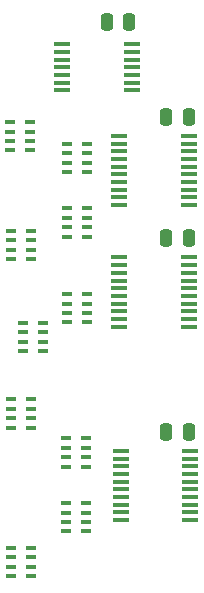
<source format=gtp>
%TF.GenerationSoftware,KiCad,Pcbnew,8.0.7*%
%TF.CreationDate,2025-04-26T15:21:21+02:00*%
%TF.ProjectId,GPIO Bus,4750494f-2042-4757-932e-6b696361645f,V1*%
%TF.SameCoordinates,Original*%
%TF.FileFunction,Paste,Top*%
%TF.FilePolarity,Positive*%
%FSLAX46Y46*%
G04 Gerber Fmt 4.6, Leading zero omitted, Abs format (unit mm)*
G04 Created by KiCad (PCBNEW 8.0.7) date 2025-04-26 15:21:21*
%MOMM*%
%LPD*%
G01*
G04 APERTURE LIST*
G04 Aperture macros list*
%AMRoundRect*
0 Rectangle with rounded corners*
0 $1 Rounding radius*
0 $2 $3 $4 $5 $6 $7 $8 $9 X,Y pos of 4 corners*
0 Add a 4 corners polygon primitive as box body*
4,1,4,$2,$3,$4,$5,$6,$7,$8,$9,$2,$3,0*
0 Add four circle primitives for the rounded corners*
1,1,$1+$1,$2,$3*
1,1,$1+$1,$4,$5*
1,1,$1+$1,$6,$7*
1,1,$1+$1,$8,$9*
0 Add four rect primitives between the rounded corners*
20,1,$1+$1,$2,$3,$4,$5,0*
20,1,$1+$1,$4,$5,$6,$7,0*
20,1,$1+$1,$6,$7,$8,$9,0*
20,1,$1+$1,$8,$9,$2,$3,0*%
G04 Aperture macros list end*
%ADD10R,1.475000X0.450000*%
%ADD11RoundRect,0.250000X0.250000X0.475000X-0.250000X0.475000X-0.250000X-0.475000X0.250000X-0.475000X0*%
%ADD12R,0.900000X0.450000*%
%ADD13R,0.950000X0.450000*%
G04 APERTURE END LIST*
D10*
%TO.C,IC4*%
X18559000Y-32635000D03*
X18559000Y-33285000D03*
X18559000Y-33935000D03*
X18559000Y-34585000D03*
X18559000Y-35235000D03*
X18559000Y-35885000D03*
X18559000Y-36535000D03*
X18559000Y-37185000D03*
X18559000Y-37835000D03*
X18559000Y-38485000D03*
X12683000Y-38485000D03*
X12683000Y-37835000D03*
X12683000Y-37185000D03*
X12683000Y-36535000D03*
X12683000Y-35885000D03*
X12683000Y-35235000D03*
X12683000Y-34585000D03*
X12683000Y-33935000D03*
X12683000Y-33285000D03*
X12683000Y-32635000D03*
%TD*%
%TO.C,IC3*%
X18432000Y-16252000D03*
X18432000Y-16902000D03*
X18432000Y-17552000D03*
X18432000Y-18202000D03*
X18432000Y-18852000D03*
X18432000Y-19502000D03*
X18432000Y-20152000D03*
X18432000Y-20802000D03*
X18432000Y-21452000D03*
X18432000Y-22102000D03*
X12556000Y-22102000D03*
X12556000Y-21452000D03*
X12556000Y-20802000D03*
X12556000Y-20152000D03*
X12556000Y-19502000D03*
X12556000Y-18852000D03*
X12556000Y-18202000D03*
X12556000Y-17552000D03*
X12556000Y-16902000D03*
X12556000Y-16252000D03*
%TD*%
%TO.C,IC2*%
X18432000Y-5965000D03*
X18432000Y-6615000D03*
X18432000Y-7265000D03*
X18432000Y-7915000D03*
X18432000Y-8565000D03*
X18432000Y-9215000D03*
X18432000Y-9865000D03*
X18432000Y-10515000D03*
X18432000Y-11165000D03*
X18432000Y-11815000D03*
X12556000Y-11815000D03*
X12556000Y-11165000D03*
X12556000Y-10515000D03*
X12556000Y-9865000D03*
X12556000Y-9215000D03*
X12556000Y-8565000D03*
X12556000Y-7915000D03*
X12556000Y-7265000D03*
X12556000Y-6615000D03*
X12556000Y-5965000D03*
%TD*%
%TO.C,IC1*%
X13589000Y1793000D03*
X13589000Y1143000D03*
X13589000Y493000D03*
X13589000Y-157000D03*
X13589000Y-807000D03*
X13589000Y-1457000D03*
X13589000Y-2107000D03*
X7713000Y-2107000D03*
X7713000Y-1457000D03*
X7713000Y-807000D03*
X7713000Y-157000D03*
X7713000Y493000D03*
X7713000Y1143000D03*
X7713000Y1793000D03*
%TD*%
D11*
%TO.C,C8*%
X11463000Y3653000D03*
X13363000Y3653000D03*
%TD*%
%TO.C,C7*%
X16515000Y-30988000D03*
X18415000Y-30988000D03*
%TD*%
%TO.C,C3*%
X16515000Y-14605000D03*
X18415000Y-14605000D03*
%TD*%
%TO.C,C2*%
X16515000Y-4318000D03*
X18415000Y-4318000D03*
%TD*%
D12*
%TO.C,RN5*%
X4386000Y-24187000D03*
X4386000Y-23387000D03*
X4386000Y-22587000D03*
X4386000Y-21787000D03*
X6086000Y-21787000D03*
X6086000Y-22587000D03*
X6086000Y-23387000D03*
X6086000Y-24187000D03*
%TD*%
%TO.C,RN4*%
X5080000Y-13983000D03*
X5080000Y-14783000D03*
X5080000Y-15583000D03*
X5080000Y-16383000D03*
X3380000Y-16383000D03*
X3380000Y-15583000D03*
X3380000Y-14783000D03*
X3380000Y-13983000D03*
%TD*%
%TO.C,RN3*%
X5002000Y-4788000D03*
X5002000Y-5588000D03*
X5002000Y-6388000D03*
X5002000Y-7188000D03*
X3302000Y-7188000D03*
X3302000Y-6388000D03*
X3302000Y-5588000D03*
X3302000Y-4788000D03*
%TD*%
%TO.C,RN2*%
X3370000Y-30664000D03*
X3370000Y-29864000D03*
X3370000Y-29064000D03*
X3370000Y-28264000D03*
X5070000Y-28264000D03*
X5070000Y-29064000D03*
X5070000Y-29864000D03*
X5070000Y-30664000D03*
%TD*%
%TO.C,RN1*%
X3370000Y-43237000D03*
X3370000Y-42437000D03*
X3370000Y-41637000D03*
X3370000Y-40837000D03*
X5070000Y-40837000D03*
X5070000Y-41637000D03*
X5070000Y-42437000D03*
X5070000Y-43237000D03*
%TD*%
D13*
%TO.C,CN5*%
X8040000Y-33966000D03*
X8040000Y-33166000D03*
X8040000Y-32366000D03*
X8040000Y-31566000D03*
X9740000Y-31566000D03*
X9740000Y-32366000D03*
X9740000Y-33166000D03*
X9740000Y-33966000D03*
%TD*%
%TO.C,CN4*%
X8040000Y-39446000D03*
X8040000Y-38646000D03*
X8040000Y-37846000D03*
X8040000Y-37046000D03*
X9740000Y-37046000D03*
X9740000Y-37846000D03*
X9740000Y-38646000D03*
X9740000Y-39446000D03*
%TD*%
%TO.C,CN3*%
X8079000Y-21755000D03*
X8079000Y-20955000D03*
X8079000Y-20155000D03*
X8079000Y-19355000D03*
X9779000Y-19355000D03*
X9779000Y-20155000D03*
X9779000Y-20955000D03*
X9779000Y-21755000D03*
%TD*%
%TO.C,CN2*%
X8079000Y-9017000D03*
X8079000Y-8217000D03*
X8079000Y-7417000D03*
X8079000Y-6617000D03*
X9779000Y-6617000D03*
X9779000Y-7417000D03*
X9779000Y-8217000D03*
X9779000Y-9017000D03*
%TD*%
%TO.C,CN1*%
X8079000Y-14478000D03*
X8079000Y-13678000D03*
X8079000Y-12878000D03*
X8079000Y-12078000D03*
X9779000Y-12078000D03*
X9779000Y-12878000D03*
X9779000Y-13678000D03*
X9779000Y-14478000D03*
%TD*%
M02*

</source>
